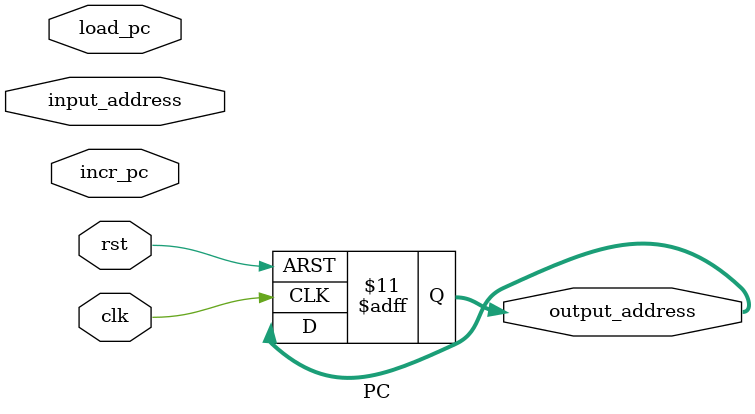
<source format=v>
module PC(input clk, rst, load_pc, incr_pc, input[11:0] input_address, output[11:0] output_address);
    always @(posedge clk, posedge rst) begin
        if (rst)
            output_address <= 0;
        else if (load_pd)
            output_adress <= input_address;
        else if (incr_pc)
            pc_out <= pc_out+1;
    end
endmodule



</source>
